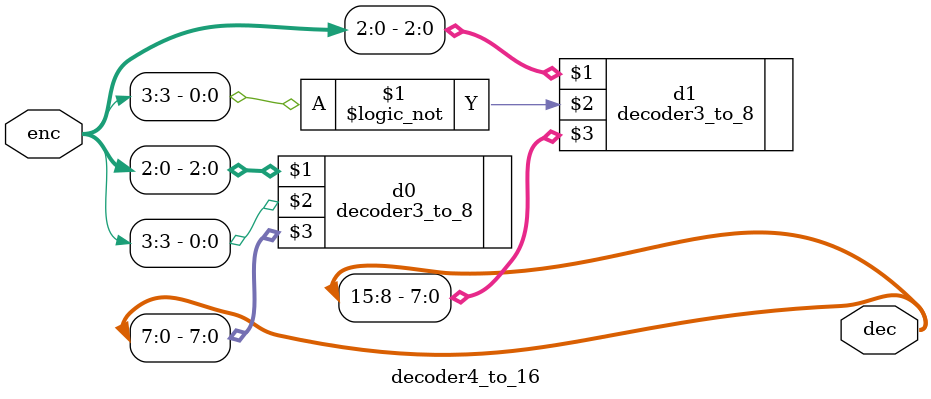
<source format=v>
module decoder4_to_16
#(
    parameter n = 4,
    parameter m = 2**n
)
(
input [n-1:0]  enc,
output [m-1:0] dec
);

decoder3_to_8 d0 (enc[n-2:0], enc[n-1],dec[(m/2)-1:0]);
decoder3_to_8 d1 (enc[n-2:0], !enc[n-1],dec[m-1:(m/2)]); //Ta enable einai anapoda giati to shma einai arnhtikhs logikhs 



endmodule

</source>
